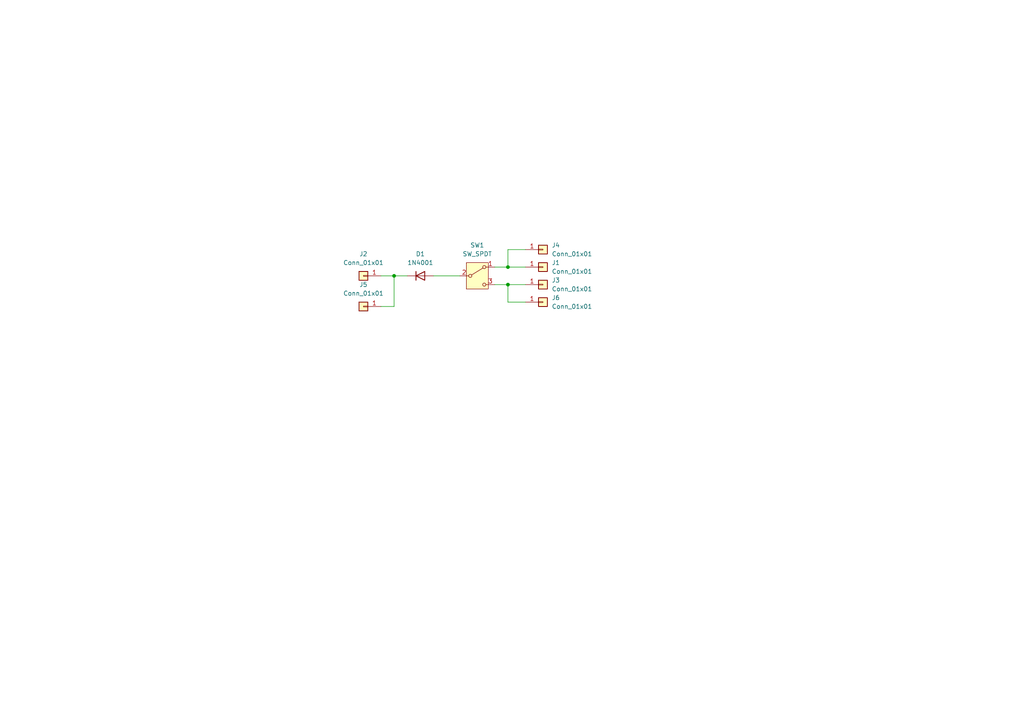
<source format=kicad_sch>
(kicad_sch (version 20231120) (generator "eeschema") (generator_version "8.0")
  (paper "A4")
  (lib_symbols
    (symbol "Connector_Generic:Conn_01x01" (pin_names (offset 1.016) hide)
      (property "Reference" "J" (at 0 2.54 0))
      (property "Value" "Conn_01x01" (at 0 -2.54 0))
      (symbol "Conn_01x01_1_1"
        (rectangle (start -1.27 0.127) (end 0 -0.127) (stroke (width 0.1524)))
        (rectangle (start -1.27 1.27) (end 1.27 -1.27) (stroke (width 0.254)) (fill (type background)))
        (pin passive line (at -5.08 0 0) (length 3.81) (name "Pin_1") (number "1"))
      )
    )
    (symbol "Diode:1N4001" (pin_numbers hide) (pin_names hide)
      (property "Reference" "D" (at 0 2.54 0))
      (property "Value" "1N4001" (at 0 -2.54 0))
      (symbol "1N4001_0_1"
        (polyline (pts (xy -1.27 1.27) (xy -1.27 -1.27)) (stroke (width 0.254)))
        (polyline (pts (xy 1.27 0) (xy -1.27 0)))
        (polyline (pts (xy 1.27 1.27) (xy 1.27 -1.27) (xy -1.27 0) (xy 1.27 1.27)) (stroke (width 0.254)))
      )
      (symbol "1N4001_1_1"
        (pin passive line (at -3.81 0 0) (length 2.54) (name "K") (number "1"))
        (pin passive line (at 3.81 0 180) (length 2.54) (name "A") (number "2"))
      )
    )
    (symbol "Switch:SW_SPDT" (pin_names (offset 0) hide)
      (property "Reference" "SW" (at 0 5.08 0))
      (property "Value" "SW_SPDT" (at 0 -5.08 0))
      (symbol "SW_SPDT_0_1"
        (circle (center -2.032 0) (radius 0.4572))
        (polyline (pts (xy -1.651 0.254) (xy 1.651 2.286)))
        (circle (center 2.032 -2.54) (radius 0.4572))
        (circle (center 2.032 2.54) (radius 0.4572))
      )
      (symbol "SW_SPDT_1_1"
        (rectangle (start -3.175 3.81) (end 3.175 -3.81) (fill (type background)))
        (pin passive line (at 5.08 2.54 180) (length 2.54) (name "A") (number "1"))
        (pin passive line (at -5.08 0 0) (length 2.54) (name "B") (number "2"))
        (pin passive line (at 5.08 -2.54 180) (length 2.54) (name "C") (number "3"))
      )
    )
  )
  (junction (at 114.3 80.01))
  (junction (at 147.32 82.55))
  (junction (at 147.32 77.47))
  (wire (pts (xy 125.73 80.01) (xy 133.35 80.01)))
  (wire (pts (xy 110.49 88.9) (xy 114.3 88.9)))
  (wire (pts (xy 152.4 87.63) (xy 147.32 87.63)))
  (wire (pts (xy 152.4 72.39) (xy 147.32 72.39)))
  (wire (pts (xy 110.49 80.01) (xy 114.3 80.01)))
  (wire (pts (xy 114.3 80.01) (xy 118.11 80.01)))
  (wire (pts (xy 147.32 82.55) (xy 152.4 82.55)))
  (wire (pts (xy 143.51 77.47) (xy 147.32 77.47)))
  (wire (pts (xy 114.3 88.9) (xy 114.3 80.01)))
  (wire (pts (xy 147.32 77.47) (xy 152.4 77.47)))
  (wire (pts (xy 143.51 82.55) (xy 147.32 82.55)))
  (wire (pts (xy 147.32 87.63) (xy 147.32 82.55)))
  (wire (pts (xy 147.32 72.39) (xy 147.32 77.47)))
  (symbol (lib_id "Connector_Generic:Conn_01x01") (at 157.48 77.47 0) (unit 1)
    (property "Reference" "J1" (at 160.02 76.1999 0) (effects (justify left)))
    (property "Value" "Conn_01x01" (at 160.02 78.7399 0) (effects (justify left)))
    (property "Footprint" "Connector_Wire:SolderWirePad_1x01_SMD_1x2mm" (effects (hide yes)))
    (property "Description" "Generic connector, single row, 01x01, script generated (kicad-library-utils/schlib/autogen/connector/)" (effects (hide yes)))
  )
  (symbol (lib_id "Connector_Generic:Conn_01x01") (at 157.48 72.39 0) (unit 1)
    (property "Reference" "J4" (at 160.02 71.1199 0) (effects (justify left)))
    (property "Value" "Conn_01x01" (at 160.02 73.6599 0) (effects (justify left)))
    (property "Footprint" "Connector_Wire:SolderWirePad_1x01_SMD_5x10mm" (effects (hide yes)))
    (property "Description" "Generic connector, single row, 01x01, script generated (kicad-library-utils/schlib/autogen/connector/)" (effects (hide yes)))
  )
  (symbol (lib_id "Connector_Generic:Conn_01x01") (at 105.41 80.01 180) (unit 1)
    (property "Reference" "J2" (at 105.41 73.66 0))
    (property "Value" "Conn_01x01" (at 105.41 76.2 0))
    (property "Footprint" "Connector_Wire:SolderWirePad_1x01_SMD_1x2mm" (effects (hide yes)))
    (property "Description" "Generic connector, single row, 01x01, script generated (kicad-library-utils/schlib/autogen/connector/)" (effects (hide yes)))
  )
  (symbol (lib_id "Switch:SW_SPDT") (at 138.43 80.01 0) (unit 1)
    (property "Reference" "SW1" (at 138.43 71.12 0))
    (property "Value" "SW_SPDT" (at 138.43 73.66 0))
    (property "Footprint" "KCD1:KCD1-102" (effects (hide yes)))
    (property "Description" "Switch, single pole double throw" (effects (hide yes)))
  )
  (symbol (lib_id "Diode:1N4001") (at 121.92 80.01 0) (unit 1)
    (property "Reference" "D1" (at 121.92 73.66 0))
    (property "Value" "1N4001" (at 121.92 76.2 0))
    (property "Footprint" "Diode_SMD:D_1206_3216Metric_Pad1.42x1.75mm_HandSolder" (effects (hide yes)))
    (property "Datasheet" "http://www.vishay.com/docs/88503/1n4001.pdf" (effects (hide yes)))
    (property "Description" "50V 1A General Purpose Rectifier Diode, DO-41" (effects (hide yes)))
    (property "Sim.Device" "D" (effects (hide yes)))
    (property "Sim.Pins" "1=K 2=A" (effects (hide yes)))
  )
  (symbol (lib_id "Connector_Generic:Conn_01x01") (at 157.48 82.55 0) (unit 1)
    (property "Reference" "J3" (at 160.02 81.2799 0) (effects (justify left)))
    (property "Value" "Conn_01x01" (at 160.02 83.8199 0) (effects (justify left)))
    (property "Footprint" "Connector_Wire:SolderWirePad_1x01_SMD_1x2mm" (effects (hide yes)))
    (property "Description" "Generic connector, single row, 01x01, script generated (kicad-library-utils/schlib/autogen/connector/)" (effects (hide yes)))
  )
  (symbol (lib_id "Connector_Generic:Conn_01x01") (at 105.41 88.9 180) (unit 1)
    (property "Reference" "J5" (at 105.41 82.55 0))
    (property "Value" "Conn_01x01" (at 105.41 85.09 0))
    (property "Footprint" "Connector_Wire:SolderWirePad_1x01_SMD_5x10mm" (effects (hide yes)))
    (property "Description" "Generic connector, single row, 01x01, script generated (kicad-library-utils/schlib/autogen/connector/)" (effects (hide yes)))
  )
  (symbol (lib_id "Connector_Generic:Conn_01x01") (at 157.48 87.63 0) (unit 1)
    (property "Reference" "J6" (at 160.02 86.3599 0) (effects (justify left)))
    (property "Value" "Conn_01x01" (at 160.02 88.8999 0) (effects (justify left)))
    (property "Footprint" "Connector_Wire:SolderWirePad_1x01_SMD_5x10mm" (effects (hide yes)))
    (property "Description" "Generic connector, single row, 01x01, script generated (kicad-library-utils/schlib/autogen/connector/)" (effects (hide yes)))
  )
)
</source>
